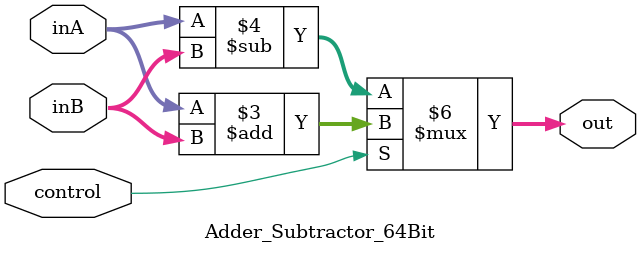
<source format=v>
`timescale 1ns / 1ps
/*

Group Names
Alan Manuel Loreto Corndidez: 1/3 Effort
Haseeb Sarwar Irfan: 1/3 Effort
Chris W Bremser: 1/3 Effort

*/
module Adder_Subtractor_64Bit(
    inA,
    inB,
    out,
    control
    );
    
    input [63:0]inA;
    input [63:0]inB;
    input control;
    output reg [63:0]out;
    
    
    always @(*)
    begin
        if(control == 1)
        begin
            out <= inA + inB;    
        end
        else 
        begin
            out <= inA - inB;
        end
    
    end

    
endmodule

</source>
